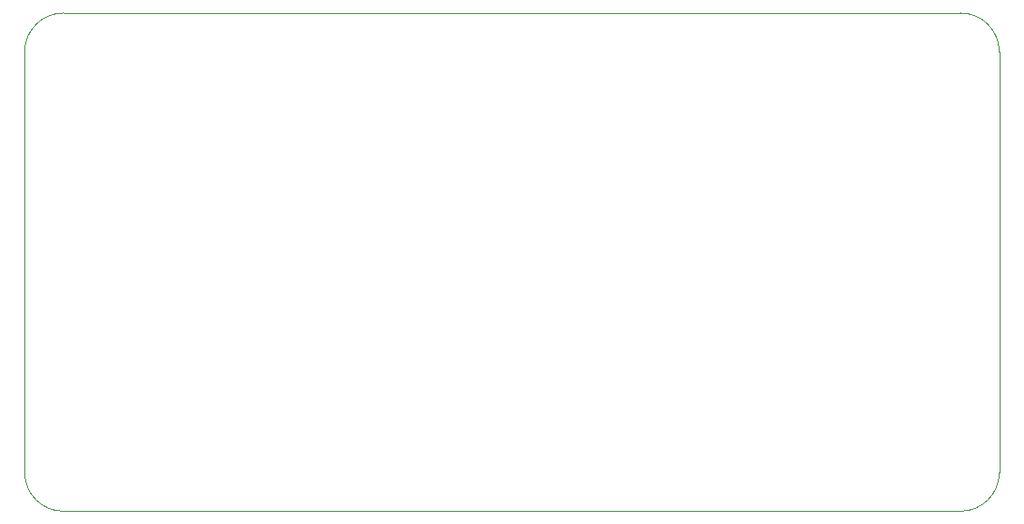
<source format=gbr>
G04 #@! TF.GenerationSoftware,KiCad,Pcbnew,(5.1.4)-1*
G04 #@! TF.CreationDate,2020-03-23T02:46:53+01:00*
G04 #@! TF.ProjectId,dispatch,64697370-6174-4636-982e-6b696361645f,rev?*
G04 #@! TF.SameCoordinates,Original*
G04 #@! TF.FileFunction,Profile,NP*
%FSLAX46Y46*%
G04 Gerber Fmt 4.6, Leading zero omitted, Abs format (unit mm)*
G04 Created by KiCad (PCBNEW (5.1.4)-1) date 2020-03-23 02:46:53*
%MOMM*%
%LPD*%
G04 APERTURE LIST*
%ADD10C,0.050000*%
G04 APERTURE END LIST*
D10*
X53500000Y-95000000D02*
G75*
G02X50000000Y-91500000I0J3500000D01*
G01*
X138000000Y-91500000D02*
G75*
G02X134500000Y-95000000I-3500000J0D01*
G01*
X134500000Y-50000000D02*
G75*
G02X138000000Y-53500000I0J-3500000D01*
G01*
X50000000Y-53500000D02*
G75*
G02X53500000Y-50000000I3500000J0D01*
G01*
X50000000Y-53500000D02*
X50000000Y-91500000D01*
X53500000Y-95000000D02*
X134500000Y-95000000D01*
X138000000Y-53500000D02*
X138000000Y-91500000D01*
X53500000Y-50000000D02*
X134500000Y-50000000D01*
M02*

</source>
